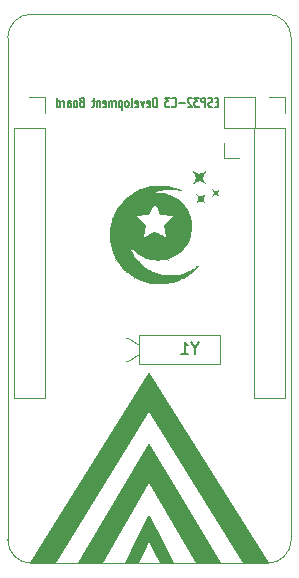
<source format=gbr>
%TF.GenerationSoftware,KiCad,Pcbnew,(6.0.9)*%
%TF.CreationDate,2023-03-12T14:29:19+01:00*%
%TF.ProjectId,ESP32-C3 Devboard,45535033-322d-4433-9320-446576626f61,rev?*%
%TF.SameCoordinates,Original*%
%TF.FileFunction,Legend,Bot*%
%TF.FilePolarity,Positive*%
%FSLAX46Y46*%
G04 Gerber Fmt 4.6, Leading zero omitted, Abs format (unit mm)*
G04 Created by KiCad (PCBNEW (6.0.9)) date 2023-03-12 14:29:19*
%MOMM*%
%LPD*%
G01*
G04 APERTURE LIST*
%ADD10C,0.150000*%
%TA.AperFunction,Profile*%
%ADD11C,0.100000*%
%TD*%
%ADD12C,0.120000*%
G04 APERTURE END LIST*
D10*
G36*
X126460000Y-91500000D02*
G01*
X125460000Y-91500000D01*
X124460000Y-89500000D01*
X123460000Y-91500000D01*
X122460000Y-91500000D01*
X124460000Y-87500000D01*
X126460000Y-91500000D01*
G37*
X126460000Y-91500000D02*
X125460000Y-91500000D01*
X124460000Y-89500000D01*
X123460000Y-91500000D01*
X122460000Y-91500000D01*
X124460000Y-87500000D01*
X126460000Y-91500000D01*
G36*
X134460000Y-91500000D02*
G01*
X132460000Y-91500000D01*
X124460000Y-78500000D01*
X116460000Y-91500000D01*
X114460000Y-91500000D01*
X124460000Y-75500000D01*
X134460000Y-91500000D01*
G37*
X134460000Y-91500000D02*
X132460000Y-91500000D01*
X124460000Y-78500000D01*
X116460000Y-91500000D01*
X114460000Y-91500000D01*
X124460000Y-75500000D01*
X134460000Y-91500000D01*
G36*
X130460000Y-91500000D02*
G01*
X128460000Y-91500000D01*
X124460000Y-84500000D01*
X120460000Y-91500000D01*
X118460000Y-91500000D01*
X124460000Y-81500000D01*
X130460000Y-91500000D01*
G37*
X130460000Y-91500000D02*
X128460000Y-91500000D01*
X124460000Y-84500000D01*
X120460000Y-91500000D01*
X118460000Y-91500000D01*
X124460000Y-81500000D01*
X130460000Y-91500000D01*
D11*
X112460000Y-89500000D02*
G75*
G03*
X114460000Y-91500000I2000000J0D01*
G01*
X134460000Y-45000000D02*
X114460000Y-45000000D01*
X112460000Y-47000000D02*
X112460000Y-89500000D01*
X114460000Y-91500000D02*
X134460000Y-91500000D01*
X136460000Y-89500000D02*
X136460000Y-47000000D01*
X134460000Y-91500000D02*
G75*
G03*
X136460000Y-89500000I0J2000000D01*
G01*
X114460000Y-45000000D02*
G75*
G03*
X112460000Y-47000000I0J-2000000D01*
G01*
X136460000Y-47000000D02*
G75*
G03*
X134460000Y-45000000I-2000000J0D01*
G01*
D10*
X130302857Y-52442857D02*
X130102857Y-52442857D01*
X130017142Y-52861904D02*
X130302857Y-52861904D01*
X130302857Y-52061904D01*
X130017142Y-52061904D01*
X129788571Y-52823809D02*
X129702857Y-52861904D01*
X129560000Y-52861904D01*
X129502857Y-52823809D01*
X129474285Y-52785714D01*
X129445714Y-52709523D01*
X129445714Y-52633333D01*
X129474285Y-52557142D01*
X129502857Y-52519047D01*
X129560000Y-52480952D01*
X129674285Y-52442857D01*
X129731428Y-52404761D01*
X129760000Y-52366666D01*
X129788571Y-52290476D01*
X129788571Y-52214285D01*
X129760000Y-52138095D01*
X129731428Y-52100000D01*
X129674285Y-52061904D01*
X129531428Y-52061904D01*
X129445714Y-52100000D01*
X129188571Y-52861904D02*
X129188571Y-52061904D01*
X128960000Y-52061904D01*
X128902857Y-52100000D01*
X128874285Y-52138095D01*
X128845714Y-52214285D01*
X128845714Y-52328571D01*
X128874285Y-52404761D01*
X128902857Y-52442857D01*
X128960000Y-52480952D01*
X129188571Y-52480952D01*
X128645714Y-52061904D02*
X128274285Y-52061904D01*
X128474285Y-52366666D01*
X128388571Y-52366666D01*
X128331428Y-52404761D01*
X128302857Y-52442857D01*
X128274285Y-52519047D01*
X128274285Y-52709523D01*
X128302857Y-52785714D01*
X128331428Y-52823809D01*
X128388571Y-52861904D01*
X128560000Y-52861904D01*
X128617142Y-52823809D01*
X128645714Y-52785714D01*
X128045714Y-52138095D02*
X128017142Y-52100000D01*
X127960000Y-52061904D01*
X127817142Y-52061904D01*
X127760000Y-52100000D01*
X127731428Y-52138095D01*
X127702857Y-52214285D01*
X127702857Y-52290476D01*
X127731428Y-52404761D01*
X128074285Y-52861904D01*
X127702857Y-52861904D01*
X127445714Y-52557142D02*
X126988571Y-52557142D01*
X126360000Y-52785714D02*
X126388571Y-52823809D01*
X126474285Y-52861904D01*
X126531428Y-52861904D01*
X126617142Y-52823809D01*
X126674285Y-52747619D01*
X126702857Y-52671428D01*
X126731428Y-52519047D01*
X126731428Y-52404761D01*
X126702857Y-52252380D01*
X126674285Y-52176190D01*
X126617142Y-52100000D01*
X126531428Y-52061904D01*
X126474285Y-52061904D01*
X126388571Y-52100000D01*
X126360000Y-52138095D01*
X126160000Y-52061904D02*
X125788571Y-52061904D01*
X125988571Y-52366666D01*
X125902857Y-52366666D01*
X125845714Y-52404761D01*
X125817142Y-52442857D01*
X125788571Y-52519047D01*
X125788571Y-52709523D01*
X125817142Y-52785714D01*
X125845714Y-52823809D01*
X125902857Y-52861904D01*
X126074285Y-52861904D01*
X126131428Y-52823809D01*
X126160000Y-52785714D01*
X125074285Y-52861904D02*
X125074285Y-52061904D01*
X124931428Y-52061904D01*
X124845714Y-52100000D01*
X124788571Y-52176190D01*
X124760000Y-52252380D01*
X124731428Y-52404761D01*
X124731428Y-52519047D01*
X124760000Y-52671428D01*
X124788571Y-52747619D01*
X124845714Y-52823809D01*
X124931428Y-52861904D01*
X125074285Y-52861904D01*
X124245714Y-52823809D02*
X124302857Y-52861904D01*
X124417142Y-52861904D01*
X124474285Y-52823809D01*
X124502857Y-52747619D01*
X124502857Y-52442857D01*
X124474285Y-52366666D01*
X124417142Y-52328571D01*
X124302857Y-52328571D01*
X124245714Y-52366666D01*
X124217142Y-52442857D01*
X124217142Y-52519047D01*
X124502857Y-52595238D01*
X124017142Y-52328571D02*
X123874285Y-52861904D01*
X123731428Y-52328571D01*
X123274285Y-52823809D02*
X123331428Y-52861904D01*
X123445714Y-52861904D01*
X123502857Y-52823809D01*
X123531428Y-52747619D01*
X123531428Y-52442857D01*
X123502857Y-52366666D01*
X123445714Y-52328571D01*
X123331428Y-52328571D01*
X123274285Y-52366666D01*
X123245714Y-52442857D01*
X123245714Y-52519047D01*
X123531428Y-52595238D01*
X122902857Y-52861904D02*
X122960000Y-52823809D01*
X122988571Y-52747619D01*
X122988571Y-52061904D01*
X122588571Y-52861904D02*
X122645714Y-52823809D01*
X122674285Y-52785714D01*
X122702857Y-52709523D01*
X122702857Y-52480952D01*
X122674285Y-52404761D01*
X122645714Y-52366666D01*
X122588571Y-52328571D01*
X122502857Y-52328571D01*
X122445714Y-52366666D01*
X122417142Y-52404761D01*
X122388571Y-52480952D01*
X122388571Y-52709523D01*
X122417142Y-52785714D01*
X122445714Y-52823809D01*
X122502857Y-52861904D01*
X122588571Y-52861904D01*
X122131428Y-52328571D02*
X122131428Y-53128571D01*
X122131428Y-52366666D02*
X122074285Y-52328571D01*
X121960000Y-52328571D01*
X121902857Y-52366666D01*
X121874285Y-52404761D01*
X121845714Y-52480952D01*
X121845714Y-52709523D01*
X121874285Y-52785714D01*
X121902857Y-52823809D01*
X121960000Y-52861904D01*
X122074285Y-52861904D01*
X122131428Y-52823809D01*
X121588571Y-52861904D02*
X121588571Y-52328571D01*
X121588571Y-52404761D02*
X121560000Y-52366666D01*
X121502857Y-52328571D01*
X121417142Y-52328571D01*
X121360000Y-52366666D01*
X121331428Y-52442857D01*
X121331428Y-52861904D01*
X121331428Y-52442857D02*
X121302857Y-52366666D01*
X121245714Y-52328571D01*
X121160000Y-52328571D01*
X121102857Y-52366666D01*
X121074285Y-52442857D01*
X121074285Y-52861904D01*
X120560000Y-52823809D02*
X120617142Y-52861904D01*
X120731428Y-52861904D01*
X120788571Y-52823809D01*
X120817142Y-52747619D01*
X120817142Y-52442857D01*
X120788571Y-52366666D01*
X120731428Y-52328571D01*
X120617142Y-52328571D01*
X120560000Y-52366666D01*
X120531428Y-52442857D01*
X120531428Y-52519047D01*
X120817142Y-52595238D01*
X120274285Y-52328571D02*
X120274285Y-52861904D01*
X120274285Y-52404761D02*
X120245714Y-52366666D01*
X120188571Y-52328571D01*
X120102857Y-52328571D01*
X120045714Y-52366666D01*
X120017142Y-52442857D01*
X120017142Y-52861904D01*
X119817142Y-52328571D02*
X119588571Y-52328571D01*
X119731428Y-52061904D02*
X119731428Y-52747619D01*
X119702857Y-52823809D01*
X119645714Y-52861904D01*
X119588571Y-52861904D01*
X118731428Y-52442857D02*
X118645714Y-52480952D01*
X118617142Y-52519047D01*
X118588571Y-52595238D01*
X118588571Y-52709523D01*
X118617142Y-52785714D01*
X118645714Y-52823809D01*
X118702857Y-52861904D01*
X118931428Y-52861904D01*
X118931428Y-52061904D01*
X118731428Y-52061904D01*
X118674285Y-52100000D01*
X118645714Y-52138095D01*
X118617142Y-52214285D01*
X118617142Y-52290476D01*
X118645714Y-52366666D01*
X118674285Y-52404761D01*
X118731428Y-52442857D01*
X118931428Y-52442857D01*
X118245714Y-52861904D02*
X118302857Y-52823809D01*
X118331428Y-52785714D01*
X118360000Y-52709523D01*
X118360000Y-52480952D01*
X118331428Y-52404761D01*
X118302857Y-52366666D01*
X118245714Y-52328571D01*
X118160000Y-52328571D01*
X118102857Y-52366666D01*
X118074285Y-52404761D01*
X118045714Y-52480952D01*
X118045714Y-52709523D01*
X118074285Y-52785714D01*
X118102857Y-52823809D01*
X118160000Y-52861904D01*
X118245714Y-52861904D01*
X117531428Y-52861904D02*
X117531428Y-52442857D01*
X117560000Y-52366666D01*
X117617142Y-52328571D01*
X117731428Y-52328571D01*
X117788571Y-52366666D01*
X117531428Y-52823809D02*
X117588571Y-52861904D01*
X117731428Y-52861904D01*
X117788571Y-52823809D01*
X117817142Y-52747619D01*
X117817142Y-52671428D01*
X117788571Y-52595238D01*
X117731428Y-52557142D01*
X117588571Y-52557142D01*
X117531428Y-52519047D01*
X117245714Y-52861904D02*
X117245714Y-52328571D01*
X117245714Y-52480952D02*
X117217142Y-52404761D01*
X117188571Y-52366666D01*
X117131428Y-52328571D01*
X117074285Y-52328571D01*
X116617142Y-52861904D02*
X116617142Y-52061904D01*
X116617142Y-52823809D02*
X116674285Y-52861904D01*
X116788571Y-52861904D01*
X116845714Y-52823809D01*
X116874285Y-52785714D01*
X116902857Y-52709523D01*
X116902857Y-52480952D01*
X116874285Y-52404761D01*
X116845714Y-52366666D01*
X116788571Y-52328571D01*
X116674285Y-52328571D01*
X116617142Y-52366666D01*
%TO.C,Y1*%
X128336190Y-73276190D02*
X128336190Y-73752380D01*
X128669523Y-72752380D02*
X128336190Y-73276190D01*
X128002857Y-72752380D01*
X127145714Y-73752380D02*
X127717142Y-73752380D01*
X127431428Y-73752380D02*
X127431428Y-72752380D01*
X127526666Y-72895238D01*
X127621904Y-72990476D01*
X127717142Y-73038095D01*
D12*
X123534000Y-72176000D02*
X130434000Y-72176000D01*
X123534000Y-73756000D02*
X122634000Y-74356000D01*
X130434000Y-72176000D02*
X130434000Y-74636000D01*
X123534000Y-74636000D02*
X123534000Y-72176000D01*
X122634000Y-74356000D02*
X122434000Y-74356000D01*
X130434000Y-74636000D02*
X123534000Y-74636000D01*
X123534000Y-73056000D02*
X122634000Y-72456000D01*
X122634000Y-72456000D02*
X122434000Y-72456000D01*
%TO.C,J2*%
X133290000Y-54610000D02*
X133290000Y-77530000D01*
X135950000Y-77530000D02*
X133290000Y-77530000D01*
X135950000Y-54610000D02*
X135950000Y-77530000D01*
X135950000Y-54610000D02*
X133290000Y-54610000D01*
X135950000Y-52010000D02*
X134620000Y-52010000D01*
X135950000Y-53340000D02*
X135950000Y-52010000D01*
%TO.C,J1*%
X112970000Y-54610000D02*
X112970000Y-77530000D01*
X115630000Y-54610000D02*
X115630000Y-77530000D01*
X115630000Y-54610000D02*
X112970000Y-54610000D01*
X115630000Y-53340000D02*
X115630000Y-52010000D01*
X115630000Y-52010000D02*
X114300000Y-52010000D01*
X115630000Y-77530000D02*
X112970000Y-77530000D01*
%TO.C,REF\u002A\u002A*%
G36*
X121667189Y-65853893D02*
G01*
X121654295Y-65866786D01*
X121641402Y-65853893D01*
X121654295Y-65840999D01*
X121667189Y-65853893D01*
G37*
G36*
X122879168Y-67246380D02*
G01*
X122866275Y-67259273D01*
X122853382Y-67246380D01*
X122866275Y-67233486D01*
X122879168Y-67246380D01*
G37*
G36*
X127752874Y-67220593D02*
G01*
X127739981Y-67233486D01*
X127727087Y-67220593D01*
X127739981Y-67207700D01*
X127752874Y-67220593D01*
G37*
G36*
X121950844Y-66395415D02*
G01*
X121937950Y-66408309D01*
X121925057Y-66395415D01*
X121937950Y-66382522D01*
X121950844Y-66395415D01*
G37*
G36*
X124993686Y-63378360D02*
G01*
X124980793Y-63391253D01*
X124967899Y-63378360D01*
X124980793Y-63365466D01*
X124993686Y-63378360D01*
G37*
G36*
X124039575Y-66318055D02*
G01*
X124026681Y-66330948D01*
X124013788Y-66318055D01*
X124026681Y-66305162D01*
X124039575Y-66318055D01*
G37*
G36*
X127933382Y-66679070D02*
G01*
X127920488Y-66691964D01*
X127907595Y-66679070D01*
X127920488Y-66666177D01*
X127933382Y-66679070D01*
G37*
G36*
X123618390Y-67603097D02*
G01*
X123622424Y-67610853D01*
X123601199Y-67620288D01*
X123587547Y-67618428D01*
X123584008Y-67603097D01*
X123587787Y-67600011D01*
X123618390Y-67603097D01*
G37*
G36*
X127537984Y-66855280D02*
G01*
X127542018Y-66863036D01*
X127520793Y-66872471D01*
X127507141Y-66870610D01*
X127503602Y-66855280D01*
X127507381Y-66852194D01*
X127537984Y-66855280D01*
G37*
G36*
X125973585Y-62527395D02*
G01*
X125960691Y-62540288D01*
X125947798Y-62527395D01*
X125960691Y-62514502D01*
X125973585Y-62527395D01*
G37*
G36*
X122002417Y-66343842D02*
G01*
X121989524Y-66356735D01*
X121976630Y-66343842D01*
X121989524Y-66330948D01*
X122002417Y-66343842D01*
G37*
G36*
X124366207Y-65823808D02*
G01*
X124370242Y-65831564D01*
X124349016Y-65840999D01*
X124335365Y-65839138D01*
X124331825Y-65823808D01*
X124335604Y-65820722D01*
X124366207Y-65823808D01*
G37*
G36*
X125818864Y-63765162D02*
G01*
X125805971Y-63778055D01*
X125793077Y-63765162D01*
X125805971Y-63752268D01*
X125818864Y-63765162D01*
G37*
G36*
X127391859Y-67426887D02*
G01*
X127378965Y-67439781D01*
X127366072Y-67426887D01*
X127378965Y-67413994D01*
X127391859Y-67426887D01*
G37*
G36*
X124426377Y-65853893D02*
G01*
X124413483Y-65866786D01*
X124400590Y-65853893D01*
X124413483Y-65840999D01*
X124426377Y-65853893D01*
G37*
G36*
X123214397Y-67375314D02*
G01*
X123201504Y-67388207D01*
X123188610Y-67375314D01*
X123201504Y-67362420D01*
X123214397Y-67375314D01*
G37*
G36*
X128139676Y-62798157D02*
G01*
X128137815Y-62811808D01*
X128122485Y-62815348D01*
X128119399Y-62811568D01*
X128122485Y-62780965D01*
X128130241Y-62776931D01*
X128139676Y-62798157D01*
G37*
G36*
X125707121Y-67035788D02*
G01*
X125711155Y-67043544D01*
X125689930Y-67052979D01*
X125676278Y-67051118D01*
X125672739Y-67035788D01*
X125676518Y-67032701D01*
X125707121Y-67035788D01*
G37*
G36*
X128500691Y-66266481D02*
G01*
X128487798Y-66279375D01*
X128474905Y-66266481D01*
X128487798Y-66253588D01*
X128500691Y-66266481D01*
G37*
G36*
X125844651Y-62656329D02*
G01*
X125831757Y-62669222D01*
X125818864Y-62656329D01*
X125831757Y-62643436D01*
X125844651Y-62656329D01*
G37*
G36*
X127133991Y-67555821D02*
G01*
X127121097Y-67568715D01*
X127108204Y-67555821D01*
X127121097Y-67542928D01*
X127133991Y-67555821D01*
G37*
G36*
X127159778Y-66988512D02*
G01*
X127146884Y-67001405D01*
X127133991Y-66988512D01*
X127146884Y-66975618D01*
X127159778Y-66988512D01*
G37*
G36*
X122956529Y-67220593D02*
G01*
X122943635Y-67233486D01*
X122930742Y-67220593D01*
X122943635Y-67207700D01*
X122956529Y-67220593D01*
G37*
G36*
X122131351Y-66498563D02*
G01*
X122118458Y-66511456D01*
X122105564Y-66498563D01*
X122118458Y-66485669D01*
X122131351Y-66498563D01*
G37*
G36*
X127056630Y-65260796D02*
G01*
X127043737Y-65273689D01*
X127030844Y-65260796D01*
X127043737Y-65247903D01*
X127056630Y-65260796D01*
G37*
G36*
X125380488Y-62063233D02*
G01*
X125367595Y-62076126D01*
X125354701Y-62063233D01*
X125367595Y-62050339D01*
X125380488Y-62063233D01*
G37*
G36*
X128129136Y-58241619D02*
G01*
X128197696Y-58291447D01*
X128326113Y-58384530D01*
X128492552Y-58466288D01*
X128656362Y-58499924D01*
X128821952Y-58486817D01*
X128909869Y-58463933D01*
X128989621Y-58430702D01*
X129073283Y-58379385D01*
X129177585Y-58301254D01*
X129204112Y-58281410D01*
X129262435Y-58247555D01*
X129290864Y-58245756D01*
X129284339Y-58273680D01*
X129237799Y-58328995D01*
X129237260Y-58329536D01*
X129166878Y-58421321D01*
X129101050Y-58543112D01*
X129049603Y-58673782D01*
X129022360Y-58792205D01*
X129020852Y-58808488D01*
X129035356Y-58959555D01*
X129099985Y-59122580D01*
X129214752Y-59297598D01*
X129224134Y-59309852D01*
X129273503Y-59378839D01*
X129302443Y-59427469D01*
X129304951Y-59445872D01*
X129285845Y-59439127D01*
X129247535Y-59406019D01*
X129222546Y-59385936D01*
X129178571Y-59379936D01*
X129162344Y-59383649D01*
X129157219Y-59370188D01*
X129159075Y-59361440D01*
X129136154Y-59326615D01*
X129080003Y-59283118D01*
X129001555Y-59238510D01*
X128911742Y-59200355D01*
X128895381Y-59194777D01*
X128728236Y-59161625D01*
X128564070Y-59175040D01*
X128397584Y-59236144D01*
X128223483Y-59346056D01*
X128159365Y-59391166D01*
X128106134Y-59418584D01*
X128088102Y-59410176D01*
X128089967Y-59393874D01*
X128108620Y-59364214D01*
X128123248Y-59354575D01*
X128168235Y-59306048D01*
X128222580Y-59231857D01*
X128276972Y-59146223D01*
X128322101Y-59063370D01*
X128348657Y-58997520D01*
X128368339Y-58846856D01*
X128344844Y-58673743D01*
X128275515Y-58503081D01*
X128162579Y-58342709D01*
X128134229Y-58309043D01*
X128095773Y-58252796D01*
X128094619Y-58229528D01*
X128129136Y-58241619D01*
G37*
G36*
X128320184Y-66446989D02*
G01*
X128307290Y-66459882D01*
X128294397Y-66446989D01*
X128307290Y-66434096D01*
X128320184Y-66446989D01*
G37*
G36*
X122956529Y-64899781D02*
G01*
X122943635Y-64912674D01*
X122930742Y-64899781D01*
X122943635Y-64886887D01*
X122956529Y-64899781D01*
G37*
G36*
X126179879Y-65828106D02*
G01*
X126166986Y-65840999D01*
X126154092Y-65828106D01*
X126166986Y-65815212D01*
X126179879Y-65828106D01*
G37*
G36*
X129996326Y-60438664D02*
G01*
X129983432Y-60451558D01*
X129970539Y-60438664D01*
X129983432Y-60425771D01*
X129996326Y-60438664D01*
G37*
G36*
X127996454Y-62263083D02*
G01*
X128046603Y-62515168D01*
X128077739Y-62812947D01*
X128082471Y-63113004D01*
X128060627Y-63399916D01*
X128012034Y-63658261D01*
X128004875Y-63686519D01*
X127984058Y-63779080D01*
X127972435Y-63848570D01*
X127972365Y-63881693D01*
X127974721Y-63886484D01*
X127965776Y-63911233D01*
X127948642Y-63930113D01*
X127919395Y-63986245D01*
X127888392Y-64062478D01*
X127861650Y-64142161D01*
X127845189Y-64208648D01*
X127845025Y-64245288D01*
X127851747Y-64260341D01*
X127835137Y-64258141D01*
X127821658Y-64258089D01*
X127786499Y-64291787D01*
X127743208Y-64363750D01*
X127709107Y-64427092D01*
X127575302Y-64636307D01*
X127412186Y-64846693D01*
X127232865Y-65042292D01*
X127050448Y-65207147D01*
X126996231Y-65255180D01*
X126954474Y-65303264D01*
X126944838Y-65332137D01*
X126949440Y-65342793D01*
X126933533Y-65341763D01*
X126915434Y-65340611D01*
X126862350Y-65359489D01*
X126794168Y-65398263D01*
X126792764Y-65399190D01*
X126642267Y-65489674D01*
X126468035Y-65580263D01*
X126286489Y-65663429D01*
X126114050Y-65731646D01*
X125967138Y-65777386D01*
X125918186Y-65794922D01*
X125896224Y-65814307D01*
X125876803Y-65827562D01*
X125825311Y-65833689D01*
X125818802Y-65833757D01*
X125758423Y-65835793D01*
X125660937Y-65840239D01*
X125538343Y-65846518D01*
X125402638Y-65854050D01*
X125175193Y-65862200D01*
X124965097Y-65857417D01*
X124757968Y-65838568D01*
X124651640Y-65826064D01*
X124547043Y-65814820D01*
X124470315Y-65807779D01*
X124433101Y-65806104D01*
X124421015Y-65805585D01*
X124413986Y-65788612D01*
X124414900Y-65786137D01*
X124395587Y-65766531D01*
X124342795Y-65747853D01*
X124294721Y-65736391D01*
X124250468Y-65725078D01*
X124219964Y-65714933D01*
X124181402Y-65699410D01*
X123922119Y-65582378D01*
X123587826Y-65392158D01*
X123296637Y-65175376D01*
X123295900Y-65174746D01*
X123204739Y-65089939D01*
X123098457Y-64980742D01*
X122990429Y-64861867D01*
X122894027Y-64748027D01*
X122822625Y-64653932D01*
X122807512Y-64633055D01*
X122796921Y-64626228D01*
X122804356Y-64657647D01*
X122830292Y-64732167D01*
X122835682Y-64746843D01*
X122878776Y-64853904D01*
X122930182Y-64968455D01*
X122985121Y-65081352D01*
X123038812Y-65183448D01*
X123086475Y-65265599D01*
X123123329Y-65318660D01*
X123144596Y-65333485D01*
X123156020Y-65329109D01*
X123151456Y-65348580D01*
X123149578Y-65352557D01*
X123153834Y-65390036D01*
X123185602Y-65454743D01*
X123247061Y-65550512D01*
X123340390Y-65681182D01*
X123370124Y-65718646D01*
X123403800Y-65744672D01*
X123427214Y-65732755D01*
X123442979Y-65715517D01*
X123438108Y-65740960D01*
X123437293Y-65756112D01*
X123457623Y-65810823D01*
X123502803Y-65877290D01*
X123512354Y-65888779D01*
X123559478Y-65938731D01*
X123592227Y-65953586D01*
X123623199Y-65939893D01*
X123633147Y-65932482D01*
X123652059Y-65920951D01*
X123634639Y-65942894D01*
X123620655Y-65971419D01*
X123625740Y-66019971D01*
X123653793Y-66056984D01*
X123694770Y-66062482D01*
X123712739Y-66058349D01*
X123718260Y-66071429D01*
X123719625Y-66080833D01*
X123748215Y-66119663D01*
X123803968Y-66178291D01*
X123878063Y-66248517D01*
X123961675Y-66322143D01*
X124045981Y-66390967D01*
X124122158Y-66446790D01*
X124185798Y-66489370D01*
X124326209Y-66580418D01*
X124429300Y-66642095D01*
X124497661Y-66675889D01*
X124533882Y-66683289D01*
X124547583Y-66680609D01*
X124545343Y-66686619D01*
X124544542Y-66687108D01*
X124553488Y-66704252D01*
X124597799Y-66733570D01*
X124665275Y-66769355D01*
X124743714Y-66805905D01*
X124820916Y-66837515D01*
X124884681Y-66858481D01*
X124922808Y-66863099D01*
X124946328Y-66860208D01*
X124955174Y-66872200D01*
X124969061Y-66890586D01*
X125024993Y-66916645D01*
X125114630Y-66947635D01*
X125229368Y-66981205D01*
X125360606Y-67015002D01*
X125499740Y-67046675D01*
X125638169Y-67073871D01*
X125767290Y-67094239D01*
X126164318Y-67127053D01*
X126595837Y-67115420D01*
X127017369Y-67053198D01*
X127428854Y-66940396D01*
X127830234Y-66777022D01*
X127893061Y-66745301D01*
X127997349Y-66687891D01*
X128113342Y-66620103D01*
X128231590Y-66547866D01*
X128342641Y-66477109D01*
X128437045Y-66413760D01*
X128505350Y-66363747D01*
X128538105Y-66332998D01*
X128540146Y-66330034D01*
X128573184Y-66309381D01*
X128611237Y-66306736D01*
X128628672Y-66324502D01*
X128625734Y-66331194D01*
X128597138Y-66370091D01*
X128544676Y-66432805D01*
X128476470Y-66509464D01*
X128447981Y-66541285D01*
X128386379Y-66615169D01*
X128344923Y-66672476D01*
X128331370Y-66702865D01*
X128332890Y-66711881D01*
X128326836Y-66711707D01*
X128317935Y-66708639D01*
X128281093Y-66725479D01*
X128229721Y-66762633D01*
X128177419Y-66808675D01*
X128137792Y-66852179D01*
X128124441Y-66881719D01*
X128126303Y-66891963D01*
X128121243Y-66894316D01*
X128106569Y-66897568D01*
X128058135Y-66925543D01*
X127984715Y-66975082D01*
X127895186Y-67040450D01*
X127838543Y-67082554D01*
X127731130Y-67159599D01*
X127632740Y-67226974D01*
X127559216Y-67273680D01*
X127492305Y-67316771D01*
X127464329Y-67347150D01*
X127473611Y-67368508D01*
X127489911Y-67384197D01*
X127461495Y-67378066D01*
X127460043Y-67377651D01*
X127411343Y-67382846D01*
X127331142Y-67410148D01*
X127231598Y-67455464D01*
X127211218Y-67465653D01*
X126796462Y-67643331D01*
X126358025Y-67777158D01*
X125902031Y-67865247D01*
X125863084Y-67870193D01*
X125681898Y-67884556D01*
X125468712Y-67890829D01*
X125238596Y-67889296D01*
X125006618Y-67880240D01*
X124787846Y-67863944D01*
X124597350Y-67840693D01*
X124319444Y-67783633D01*
X123969559Y-67677224D01*
X123615751Y-67534823D01*
X123269257Y-67361592D01*
X122941318Y-67162693D01*
X122643173Y-66943285D01*
X122633147Y-66935187D01*
X122561294Y-66881864D01*
X122505766Y-66848493D01*
X122477871Y-66842003D01*
X122470881Y-66846885D01*
X122474120Y-66831778D01*
X122474472Y-66824515D01*
X122452526Y-66784783D01*
X122403147Y-66723724D01*
X122334043Y-66651271D01*
X122318182Y-66635579D01*
X122161263Y-66466234D01*
X121999550Y-66269507D01*
X121847192Y-66063440D01*
X121718333Y-65866072D01*
X121688303Y-65817635D01*
X121636695Y-65741920D01*
X121596987Y-65693427D01*
X121575959Y-65680971D01*
X121568404Y-65685928D01*
X121573328Y-65668547D01*
X121574282Y-65652800D01*
X121560094Y-65595949D01*
X121529368Y-65511462D01*
X121486080Y-65411077D01*
X121392902Y-65194280D01*
X121284849Y-64880756D01*
X121207620Y-64559623D01*
X121158295Y-64217879D01*
X121133956Y-63842522D01*
X121130985Y-63584370D01*
X121148565Y-63224317D01*
X121193616Y-62893533D01*
X121267116Y-62582767D01*
X121276768Y-62548158D01*
X121301333Y-62444725D01*
X121315770Y-62358708D01*
X121317215Y-62305935D01*
X121312010Y-62277582D01*
X121312835Y-62263308D01*
X121329619Y-62295314D01*
X121333100Y-62302506D01*
X121350062Y-62327337D01*
X121355935Y-62305490D01*
X121357231Y-62292771D01*
X121378800Y-62215255D01*
X121420922Y-62110342D01*
X123437602Y-62110342D01*
X123441388Y-62120708D01*
X123474725Y-62161604D01*
X123535651Y-62227834D01*
X123618563Y-62313366D01*
X123717859Y-62412164D01*
X123781808Y-62474870D01*
X123884475Y-62575912D01*
X123973865Y-62664332D01*
X124042100Y-62732331D01*
X124081304Y-62772106D01*
X124093934Y-62786165D01*
X124126237Y-62839515D01*
X124140215Y-62907424D01*
X124137045Y-63001509D01*
X124117905Y-63133385D01*
X124114342Y-63154009D01*
X124096585Y-63257008D01*
X124075025Y-63382297D01*
X124053547Y-63507294D01*
X124045954Y-63551521D01*
X124027092Y-63661366D01*
X124011343Y-63753041D01*
X124001513Y-63810216D01*
X123989319Y-63881058D01*
X124224906Y-63762739D01*
X124239338Y-63755467D01*
X124343089Y-63700856D01*
X124405058Y-63662300D01*
X124430356Y-63636098D01*
X124424095Y-63618551D01*
X124420942Y-63616292D01*
X124405127Y-63600998D01*
X124434561Y-63607866D01*
X124437671Y-63608644D01*
X124489169Y-63601623D01*
X124573658Y-63570946D01*
X124681487Y-63520044D01*
X124718304Y-63501384D01*
X124808456Y-63458261D01*
X124878674Y-63428279D01*
X124916192Y-63417040D01*
X124945373Y-63424917D01*
X125008875Y-63452846D01*
X125087216Y-63494008D01*
X125151156Y-63527269D01*
X125218035Y-63555190D01*
X125256915Y-63562701D01*
X125269942Y-63560189D01*
X125268540Y-63566027D01*
X125267846Y-63567779D01*
X125291518Y-63587458D01*
X125351996Y-63623874D01*
X125441486Y-63672551D01*
X125552194Y-63729009D01*
X125577755Y-63741671D01*
X125687983Y-63796038D01*
X125778257Y-63840183D01*
X125839839Y-63869854D01*
X125863991Y-63880796D01*
X125867441Y-63877884D01*
X125868615Y-63860432D01*
X125864802Y-63822004D01*
X125855097Y-63756657D01*
X125838596Y-63658449D01*
X125814392Y-63521437D01*
X125781582Y-63339679D01*
X125694983Y-62862624D01*
X126068457Y-62486307D01*
X126441931Y-62109991D01*
X126201311Y-62078050D01*
X126159460Y-62072423D01*
X126033635Y-62054789D01*
X125917487Y-62037587D01*
X125831757Y-62023860D01*
X125774476Y-62014705D01*
X125658258Y-61998545D01*
X125545364Y-61985193D01*
X125387904Y-61968776D01*
X125158830Y-61506715D01*
X125145147Y-61479169D01*
X125075818Y-61341266D01*
X125014465Y-61221917D01*
X124964755Y-61128068D01*
X124930355Y-61066665D01*
X124914930Y-61044654D01*
X124908183Y-61049849D01*
X124890226Y-61076954D01*
X124860594Y-61130810D01*
X124817255Y-61215412D01*
X124758175Y-61334753D01*
X124681323Y-61492827D01*
X124584666Y-61693630D01*
X124544756Y-61774195D01*
X124496468Y-61864575D01*
X124457903Y-61928726D01*
X124434946Y-61956321D01*
X124402913Y-61963674D01*
X124327771Y-61976900D01*
X124218496Y-61994453D01*
X124083727Y-62014946D01*
X123932104Y-62036994D01*
X123785015Y-62058069D01*
X123651099Y-62077547D01*
X123542931Y-62093586D01*
X123468952Y-62104935D01*
X123437602Y-62110342D01*
X121420922Y-62110342D01*
X121423029Y-62105095D01*
X121485378Y-61970758D01*
X121561308Y-61820708D01*
X121646277Y-61663414D01*
X121735745Y-61507340D01*
X121825173Y-61360953D01*
X121910019Y-61232720D01*
X121985743Y-61131106D01*
X122179709Y-60905158D01*
X122510818Y-60572293D01*
X122859457Y-60286271D01*
X123228861Y-60045080D01*
X123622262Y-59846709D01*
X124042892Y-59689146D01*
X124493987Y-59570378D01*
X124576293Y-59553506D01*
X124669828Y-59537303D01*
X124763186Y-59525741D01*
X124866716Y-59518102D01*
X124990764Y-59513668D01*
X125145678Y-59511722D01*
X125341808Y-59511544D01*
X125469351Y-59512048D01*
X125640864Y-59514089D01*
X125777409Y-59518285D01*
X125889253Y-59525366D01*
X125986666Y-59536064D01*
X126079916Y-59551113D01*
X126179272Y-59571243D01*
X126282967Y-59594798D01*
X126710766Y-59717501D01*
X127101757Y-59873010D01*
X127122167Y-59882550D01*
X127219355Y-59931895D01*
X127285185Y-59972146D01*
X127315852Y-60000041D01*
X127307551Y-60012316D01*
X127256478Y-60005708D01*
X127256319Y-60005671D01*
X127202275Y-59992870D01*
X127116665Y-59972348D01*
X127017950Y-59948531D01*
X126956177Y-59936092D01*
X126814260Y-59917279D01*
X126641176Y-59902766D01*
X126449857Y-59892958D01*
X126253236Y-59888264D01*
X126064247Y-59889091D01*
X125895823Y-59895847D01*
X125760897Y-59908938D01*
X125689483Y-59920135D01*
X125542410Y-59947402D01*
X125389310Y-59980167D01*
X125244436Y-60015100D01*
X125122038Y-60048874D01*
X125036367Y-60078160D01*
X125019012Y-60086471D01*
X125012434Y-60096666D01*
X125034909Y-60104612D01*
X125092062Y-60111168D01*
X125189522Y-60117196D01*
X125332915Y-60123559D01*
X125462439Y-60129784D01*
X125606323Y-60140998D01*
X125728950Y-60157694D01*
X125847786Y-60182411D01*
X125980294Y-60217689D01*
X126228143Y-60299314D01*
X126576838Y-60456917D01*
X126896779Y-60656988D01*
X127189684Y-60900656D01*
X127457272Y-61189052D01*
X127472198Y-61207493D01*
X127533668Y-61287811D01*
X127595190Y-61373728D01*
X127648889Y-61453627D01*
X127686885Y-61515892D01*
X127701300Y-61548905D01*
X127703470Y-61555788D01*
X127724418Y-61596429D01*
X127760411Y-61657603D01*
X127786545Y-61703978D01*
X127843724Y-61825054D01*
X127902294Y-61970203D01*
X127951255Y-62109991D01*
X127955466Y-62122015D01*
X127996454Y-62263083D01*
G37*
G36*
X123590768Y-65888588D02*
G01*
X123587342Y-65893838D01*
X123561863Y-65917587D01*
X123549625Y-65906988D01*
X123551930Y-65901188D01*
X123579396Y-65877217D01*
X123593807Y-65870943D01*
X123590768Y-65888588D01*
G37*
G36*
X125174194Y-61753791D02*
G01*
X125161300Y-61766684D01*
X125148407Y-61753791D01*
X125161300Y-61740898D01*
X125174194Y-61753791D01*
G37*
G36*
X123601199Y-62192167D02*
G01*
X123588306Y-62205060D01*
X123575412Y-62192167D01*
X123588306Y-62179273D01*
X123601199Y-62192167D01*
G37*
G36*
X127830234Y-64384045D02*
G01*
X127817341Y-64396938D01*
X127804448Y-64384045D01*
X127817341Y-64371151D01*
X127830234Y-64384045D01*
G37*
G36*
X129970539Y-59897141D02*
G01*
X129957646Y-59910035D01*
X129944752Y-59897141D01*
X129957646Y-59884248D01*
X129970539Y-59897141D01*
G37*
G36*
X128474905Y-60387091D02*
G01*
X128462011Y-60399984D01*
X128449118Y-60387091D01*
X128462011Y-60374197D01*
X128474905Y-60387091D01*
G37*
G36*
X128464474Y-66352751D02*
G01*
X128461048Y-66358000D01*
X128435569Y-66381749D01*
X128423331Y-66371150D01*
X128425636Y-66365350D01*
X128453102Y-66341379D01*
X128467513Y-66335105D01*
X128464474Y-66352751D01*
G37*
G36*
X123821877Y-66048454D02*
G01*
X123846174Y-66073080D01*
X123850977Y-66082210D01*
X123849217Y-66098867D01*
X123844683Y-66097707D01*
X123820387Y-66073080D01*
X123815584Y-66063950D01*
X123817343Y-66047294D01*
X123821877Y-66048454D01*
G37*
G36*
X127314498Y-67530035D02*
G01*
X127301605Y-67542928D01*
X127288712Y-67530035D01*
X127301605Y-67517141D01*
X127314498Y-67530035D01*
G37*
G36*
X128453127Y-60254674D02*
G01*
X128507526Y-60285027D01*
X128580523Y-60329070D01*
X128684402Y-60382971D01*
X128810995Y-60412177D01*
X128932622Y-60393389D01*
X129057315Y-60326563D01*
X129113277Y-60288452D01*
X129173711Y-60254300D01*
X129197279Y-60255063D01*
X129185122Y-60291258D01*
X129138383Y-60363407D01*
X129129957Y-60375485D01*
X129082571Y-60455228D01*
X129060522Y-60530435D01*
X129055108Y-60628856D01*
X129065716Y-60752509D01*
X129100056Y-60839494D01*
X129138824Y-60893843D01*
X129187009Y-60960847D01*
X129209388Y-61000817D01*
X129201196Y-61016801D01*
X129163240Y-61002084D01*
X129101510Y-60956941D01*
X129036964Y-60914388D01*
X128932832Y-60871313D01*
X128825929Y-60848080D01*
X128737722Y-60850943D01*
X128709314Y-60861096D01*
X128637825Y-60897829D01*
X128560720Y-60947463D01*
X128516022Y-60977822D01*
X128462610Y-61008317D01*
X128436599Y-61014944D01*
X128437803Y-61002011D01*
X128461030Y-60957152D01*
X128503526Y-60894192D01*
X128513955Y-60879609D01*
X128581572Y-60745995D01*
X128598492Y-60611174D01*
X128564623Y-60472936D01*
X128479872Y-60329070D01*
X128464980Y-60308573D01*
X128436145Y-60263316D01*
X128431450Y-60245263D01*
X128453127Y-60254674D01*
G37*
G36*
X130389015Y-59844219D02*
G01*
X130367796Y-59886731D01*
X130327547Y-59950654D01*
X130325554Y-59953613D01*
X130278190Y-60033406D01*
X130258993Y-60097809D01*
X130261336Y-60168634D01*
X130262362Y-60175539D01*
X130288253Y-60265544D01*
X130328939Y-60344737D01*
X130336066Y-60354889D01*
X130369522Y-60407309D01*
X130383128Y-60437285D01*
X130375111Y-60438685D01*
X130334562Y-60422365D01*
X130271268Y-60388178D01*
X130246566Y-60374420D01*
X130118577Y-60329125D01*
X129998167Y-60333772D01*
X129880860Y-60388365D01*
X129851248Y-60407594D01*
X129798677Y-60436574D01*
X129772840Y-60442962D01*
X129772860Y-60434171D01*
X129791900Y-60392874D01*
X129829801Y-60332093D01*
X129867352Y-60269705D01*
X129888011Y-60199104D01*
X129886353Y-60109041D01*
X129865225Y-60007784D01*
X129819523Y-59926871D01*
X129818635Y-59925924D01*
X129780191Y-59879717D01*
X129764245Y-59850352D01*
X129772516Y-59834891D01*
X129806071Y-59839105D01*
X129850714Y-59871254D01*
X129910200Y-59917084D01*
X130021753Y-59954868D01*
X130144336Y-59948675D01*
X130267087Y-59897814D01*
X130299544Y-59878332D01*
X130357484Y-59846435D01*
X130388702Y-59833479D01*
X130389015Y-59844219D01*
G37*
G36*
X126076732Y-65853893D02*
G01*
X126063839Y-65866786D01*
X126050945Y-65853893D01*
X126063839Y-65840999D01*
X126076732Y-65853893D01*
G37*
G36*
X128500691Y-60490238D02*
G01*
X128487798Y-60503131D01*
X128474905Y-60490238D01*
X128487798Y-60477344D01*
X128500691Y-60490238D01*
G37*
G36*
X123111250Y-65054502D02*
G01*
X123098356Y-65067395D01*
X123085463Y-65054502D01*
X123098356Y-65041608D01*
X123111250Y-65054502D01*
G37*
G36*
X123523839Y-65853893D02*
G01*
X123510945Y-65866786D01*
X123498052Y-65853893D01*
X123510945Y-65840999D01*
X123523839Y-65853893D01*
G37*
G36*
X121589828Y-65853893D02*
G01*
X121576935Y-65866786D01*
X121564042Y-65853893D01*
X121576935Y-65840999D01*
X121589828Y-65853893D01*
G37*
G36*
X124323229Y-63584654D02*
G01*
X124310336Y-63597547D01*
X124297443Y-63584654D01*
X124310336Y-63571761D01*
X124323229Y-63584654D01*
G37*
G36*
X122182925Y-66550136D02*
G01*
X122170031Y-66563030D01*
X122157138Y-66550136D01*
X122170031Y-66537243D01*
X122182925Y-66550136D01*
G37*
G36*
X123575412Y-67555821D02*
G01*
X123562519Y-67568715D01*
X123549625Y-67555821D01*
X123562519Y-67542928D01*
X123575412Y-67555821D01*
G37*
G36*
X126334600Y-62166380D02*
G01*
X126321707Y-62179273D01*
X126308813Y-62166380D01*
X126321707Y-62153486D01*
X126334600Y-62166380D01*
G37*
G36*
X128500691Y-60696532D02*
G01*
X128487798Y-60709426D01*
X128474905Y-60696532D01*
X128487798Y-60683639D01*
X128500691Y-60696532D01*
G37*
%TO.C,J3*%
X130750000Y-54615000D02*
X133410000Y-54615000D01*
X130750000Y-52015000D02*
X133410000Y-52015000D01*
X130750000Y-57215000D02*
X132080000Y-57215000D01*
X130750000Y-54615000D02*
X130750000Y-52015000D01*
X130750000Y-55885000D02*
X130750000Y-57215000D01*
X133410000Y-54615000D02*
X133410000Y-52015000D01*
%TD*%
M02*

</source>
